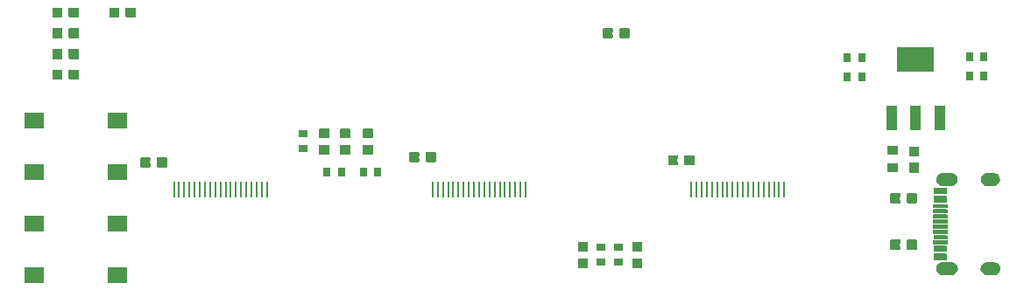
<source format=gbr>
%TF.GenerationSoftware,KiCad,Pcbnew,8.0.7-8.0.7-0~ubuntu24.04.1*%
%TF.CreationDate,2025-01-05T15:57:20-05:00*%
%TF.ProjectId,3xHDMI,33784844-4d49-42e6-9b69-6361645f7063,v1*%
%TF.SameCoordinates,Original*%
%TF.FileFunction,Paste,Top*%
%TF.FilePolarity,Positive*%
%FSLAX46Y46*%
G04 Gerber Fmt 4.6, Leading zero omitted, Abs format (unit mm)*
G04 Created by KiCad (PCBNEW 8.0.7-8.0.7-0~ubuntu24.04.1) date 2025-01-05 15:57:20*
%MOMM*%
%LPD*%
G01*
G04 APERTURE LIST*
%ADD10C,0.120000*%
%ADD11R,0.864000X0.806000*%
%ADD12O,0.250000X1.600000*%
%ADD13R,0.806000X0.864000*%
%ADD14R,0.900000X0.800000*%
%ADD15R,0.800000X0.900000*%
%ADD16R,0.980000X2.470000*%
%ADD17R,3.600000X2.470000*%
%ADD18R,1.900000X1.500000*%
%ADD19R,1.300000X0.300000*%
%ADD20R,1.000000X0.900000*%
G04 APERTURE END LIST*
D10*
%TO.C,R36*%
X63700000Y-29805000D02*
X63700000Y-30595000D01*
X63650000Y-30645000D01*
X63422000Y-30645000D01*
X63422000Y-30265000D01*
X63092000Y-30265000D01*
X63092000Y-30645000D01*
X62850000Y-30645000D01*
X62800000Y-30595000D01*
X62800000Y-29805000D01*
X62850000Y-29755000D01*
X63650000Y-29755000D01*
X63700000Y-29805000D01*
G36*
X63700000Y-29805000D02*
G01*
X63700000Y-30595000D01*
X63650000Y-30645000D01*
X63422000Y-30645000D01*
X63422000Y-30265000D01*
X63092000Y-30265000D01*
X63092000Y-30645000D01*
X62850000Y-30645000D01*
X62800000Y-30595000D01*
X62800000Y-29805000D01*
X62850000Y-29755000D01*
X63650000Y-29755000D01*
X63700000Y-29805000D01*
G37*
X63092000Y-31715000D02*
X63422000Y-31715000D01*
X63422000Y-31345000D01*
X63650000Y-31345000D01*
X63700000Y-31395000D01*
X63700000Y-32195000D01*
X63650000Y-32245000D01*
X62850000Y-32245000D01*
X62800000Y-32195000D01*
X62800000Y-31395000D01*
X62850000Y-31345000D01*
X63092000Y-31345000D01*
X63092000Y-31715000D01*
G36*
X63092000Y-31715000D02*
G01*
X63422000Y-31715000D01*
X63422000Y-31345000D01*
X63650000Y-31345000D01*
X63700000Y-31395000D01*
X63700000Y-32195000D01*
X63650000Y-32245000D01*
X62850000Y-32245000D01*
X62800000Y-32195000D01*
X62800000Y-31395000D01*
X62850000Y-31345000D01*
X63092000Y-31345000D01*
X63092000Y-31715000D01*
G37*
%TO.C,R2*%
X42155000Y-21100000D02*
X42155000Y-21342000D01*
X41785000Y-21342000D01*
X41785000Y-21672000D01*
X42155000Y-21672000D01*
X42155000Y-21900000D01*
X42105000Y-21950000D01*
X41305000Y-21950000D01*
X41255000Y-21900000D01*
X41255000Y-21100000D01*
X41305000Y-21050000D01*
X42105000Y-21050000D01*
X42155000Y-21100000D01*
G36*
X42155000Y-21100000D02*
G01*
X42155000Y-21342000D01*
X41785000Y-21342000D01*
X41785000Y-21672000D01*
X42155000Y-21672000D01*
X42155000Y-21900000D01*
X42105000Y-21950000D01*
X41305000Y-21950000D01*
X41255000Y-21900000D01*
X41255000Y-21100000D01*
X41305000Y-21050000D01*
X42105000Y-21050000D01*
X42155000Y-21100000D01*
G37*
X43745000Y-21100000D02*
X43745000Y-21900000D01*
X43695000Y-21950000D01*
X42905000Y-21950000D01*
X42855000Y-21900000D01*
X42855000Y-21672000D01*
X43235000Y-21672000D01*
X43235000Y-21342000D01*
X42855000Y-21342000D01*
X42855000Y-21100000D01*
X42905000Y-21050000D01*
X43695000Y-21050000D01*
X43745000Y-21100000D01*
G36*
X43745000Y-21100000D02*
G01*
X43745000Y-21900000D01*
X43695000Y-21950000D01*
X42905000Y-21950000D01*
X42855000Y-21900000D01*
X42855000Y-21672000D01*
X43235000Y-21672000D01*
X43235000Y-21342000D01*
X42855000Y-21342000D01*
X42855000Y-21100000D01*
X42905000Y-21050000D01*
X43695000Y-21050000D01*
X43745000Y-21100000D01*
G37*
%TO.C,R27*%
X13155000Y-7100000D02*
X13155000Y-7342000D01*
X12785000Y-7342000D01*
X12785000Y-7672000D01*
X13155000Y-7672000D01*
X13155000Y-7900000D01*
X13105000Y-7950000D01*
X12305000Y-7950000D01*
X12255000Y-7900000D01*
X12255000Y-7100000D01*
X12305000Y-7050000D01*
X13105000Y-7050000D01*
X13155000Y-7100000D01*
G36*
X13155000Y-7100000D02*
G01*
X13155000Y-7342000D01*
X12785000Y-7342000D01*
X12785000Y-7672000D01*
X13155000Y-7672000D01*
X13155000Y-7900000D01*
X13105000Y-7950000D01*
X12305000Y-7950000D01*
X12255000Y-7900000D01*
X12255000Y-7100000D01*
X12305000Y-7050000D01*
X13105000Y-7050000D01*
X13155000Y-7100000D01*
G37*
X14745000Y-7100000D02*
X14745000Y-7900000D01*
X14695000Y-7950000D01*
X13905000Y-7950000D01*
X13855000Y-7900000D01*
X13855000Y-7672000D01*
X14235000Y-7672000D01*
X14235000Y-7342000D01*
X13855000Y-7342000D01*
X13855000Y-7100000D01*
X13905000Y-7050000D01*
X14695000Y-7050000D01*
X14745000Y-7100000D01*
G36*
X14745000Y-7100000D02*
G01*
X14745000Y-7900000D01*
X14695000Y-7950000D01*
X13905000Y-7950000D01*
X13855000Y-7900000D01*
X13855000Y-7672000D01*
X14235000Y-7672000D01*
X14235000Y-7342000D01*
X13855000Y-7342000D01*
X13855000Y-7100000D01*
X13905000Y-7050000D01*
X14695000Y-7050000D01*
X14745000Y-7100000D01*
G37*
%TO.C,R34*%
X33450000Y-18805000D02*
X33450000Y-19595000D01*
X33400000Y-19645000D01*
X33172000Y-19645000D01*
X33172000Y-19265000D01*
X32842000Y-19265000D01*
X32842000Y-19645000D01*
X32600000Y-19645000D01*
X32550000Y-19595000D01*
X32550000Y-18805000D01*
X32600000Y-18755000D01*
X33400000Y-18755000D01*
X33450000Y-18805000D01*
G36*
X33450000Y-18805000D02*
G01*
X33450000Y-19595000D01*
X33400000Y-19645000D01*
X33172000Y-19645000D01*
X33172000Y-19265000D01*
X32842000Y-19265000D01*
X32842000Y-19645000D01*
X32600000Y-19645000D01*
X32550000Y-19595000D01*
X32550000Y-18805000D01*
X32600000Y-18755000D01*
X33400000Y-18755000D01*
X33450000Y-18805000D01*
G37*
X32842000Y-20715000D02*
X33172000Y-20715000D01*
X33172000Y-20345000D01*
X33400000Y-20345000D01*
X33450000Y-20395000D01*
X33450000Y-21195000D01*
X33400000Y-21245000D01*
X32600000Y-21245000D01*
X32550000Y-21195000D01*
X32550000Y-20395000D01*
X32600000Y-20345000D01*
X32842000Y-20345000D01*
X32842000Y-20715000D01*
G36*
X32842000Y-20715000D02*
G01*
X33172000Y-20715000D01*
X33172000Y-20345000D01*
X33400000Y-20345000D01*
X33450000Y-20395000D01*
X33450000Y-21195000D01*
X33400000Y-21245000D01*
X32600000Y-21245000D01*
X32550000Y-21195000D01*
X32550000Y-20395000D01*
X32600000Y-20345000D01*
X32842000Y-20345000D01*
X32842000Y-20715000D01*
G37*
%TO.C,R19*%
X90450000Y-20558000D02*
X90450000Y-21348000D01*
X90400000Y-21398000D01*
X90172000Y-21398000D01*
X90172000Y-21018000D01*
X89842000Y-21018000D01*
X89842000Y-21398000D01*
X89600000Y-21398000D01*
X89550000Y-21348000D01*
X89550000Y-20558000D01*
X89600000Y-20508000D01*
X90400000Y-20508000D01*
X90450000Y-20558000D01*
G36*
X90450000Y-20558000D02*
G01*
X90450000Y-21348000D01*
X90400000Y-21398000D01*
X90172000Y-21398000D01*
X90172000Y-21018000D01*
X89842000Y-21018000D01*
X89842000Y-21398000D01*
X89600000Y-21398000D01*
X89550000Y-21348000D01*
X89550000Y-20558000D01*
X89600000Y-20508000D01*
X90400000Y-20508000D01*
X90450000Y-20558000D01*
G37*
X89842000Y-22468000D02*
X90172000Y-22468000D01*
X90172000Y-22098000D01*
X90400000Y-22098000D01*
X90450000Y-22148000D01*
X90450000Y-22948000D01*
X90400000Y-22998000D01*
X89600000Y-22998000D01*
X89550000Y-22948000D01*
X89550000Y-22148000D01*
X89600000Y-22098000D01*
X89842000Y-22098000D01*
X89842000Y-22468000D01*
G36*
X89842000Y-22468000D02*
G01*
X90172000Y-22468000D01*
X90172000Y-22098000D01*
X90400000Y-22098000D01*
X90450000Y-22148000D01*
X90450000Y-22948000D01*
X90400000Y-22998000D01*
X89600000Y-22998000D01*
X89550000Y-22948000D01*
X89550000Y-22148000D01*
X89600000Y-22098000D01*
X89842000Y-22098000D01*
X89842000Y-22468000D01*
G37*
%TO.C,R3*%
X67155000Y-21400000D02*
X67155000Y-21642000D01*
X66785000Y-21642000D01*
X66785000Y-21972000D01*
X67155000Y-21972000D01*
X67155000Y-22200000D01*
X67105000Y-22250000D01*
X66305000Y-22250000D01*
X66255000Y-22200000D01*
X66255000Y-21400000D01*
X66305000Y-21350000D01*
X67105000Y-21350000D01*
X67155000Y-21400000D01*
G36*
X67155000Y-21400000D02*
G01*
X67155000Y-21642000D01*
X66785000Y-21642000D01*
X66785000Y-21972000D01*
X67155000Y-21972000D01*
X67155000Y-22200000D01*
X67105000Y-22250000D01*
X66305000Y-22250000D01*
X66255000Y-22200000D01*
X66255000Y-21400000D01*
X66305000Y-21350000D01*
X67105000Y-21350000D01*
X67155000Y-21400000D01*
G37*
X68745000Y-21400000D02*
X68745000Y-22200000D01*
X68695000Y-22250000D01*
X67905000Y-22250000D01*
X67855000Y-22200000D01*
X67855000Y-21972000D01*
X68235000Y-21972000D01*
X68235000Y-21642000D01*
X67855000Y-21642000D01*
X67855000Y-21400000D01*
X67905000Y-21350000D01*
X68695000Y-21350000D01*
X68745000Y-21400000D01*
G36*
X68745000Y-21400000D02*
G01*
X68745000Y-22200000D01*
X68695000Y-22250000D01*
X67905000Y-22250000D01*
X67855000Y-22200000D01*
X67855000Y-21972000D01*
X68235000Y-21972000D01*
X68235000Y-21642000D01*
X67855000Y-21642000D01*
X67855000Y-21400000D01*
X67905000Y-21350000D01*
X68695000Y-21350000D01*
X68745000Y-21400000D01*
G37*
%TO.C,R6*%
X60855000Y-9100000D02*
X60855000Y-9342000D01*
X60485000Y-9342000D01*
X60485000Y-9672000D01*
X60855000Y-9672000D01*
X60855000Y-9900000D01*
X60805000Y-9950000D01*
X60005000Y-9950000D01*
X59955000Y-9900000D01*
X59955000Y-9100000D01*
X60005000Y-9050000D01*
X60805000Y-9050000D01*
X60855000Y-9100000D01*
G36*
X60855000Y-9100000D02*
G01*
X60855000Y-9342000D01*
X60485000Y-9342000D01*
X60485000Y-9672000D01*
X60855000Y-9672000D01*
X60855000Y-9900000D01*
X60805000Y-9950000D01*
X60005000Y-9950000D01*
X59955000Y-9900000D01*
X59955000Y-9100000D01*
X60005000Y-9050000D01*
X60805000Y-9050000D01*
X60855000Y-9100000D01*
G37*
X62445000Y-9100000D02*
X62445000Y-9900000D01*
X62395000Y-9950000D01*
X61605000Y-9950000D01*
X61555000Y-9900000D01*
X61555000Y-9672000D01*
X61935000Y-9672000D01*
X61935000Y-9342000D01*
X61555000Y-9342000D01*
X61555000Y-9100000D01*
X61605000Y-9050000D01*
X62395000Y-9050000D01*
X62445000Y-9100000D01*
G36*
X62445000Y-9100000D02*
G01*
X62445000Y-9900000D01*
X62395000Y-9950000D01*
X61605000Y-9950000D01*
X61555000Y-9900000D01*
X61555000Y-9672000D01*
X61935000Y-9672000D01*
X61935000Y-9342000D01*
X61555000Y-9342000D01*
X61555000Y-9100000D01*
X61605000Y-9050000D01*
X62395000Y-9050000D01*
X62445000Y-9100000D01*
G37*
%TO.C,R8*%
X35450000Y-18805000D02*
X35450000Y-19595000D01*
X35400000Y-19645000D01*
X35172000Y-19645000D01*
X35172000Y-19265000D01*
X34842000Y-19265000D01*
X34842000Y-19645000D01*
X34600000Y-19645000D01*
X34550000Y-19595000D01*
X34550000Y-18805000D01*
X34600000Y-18755000D01*
X35400000Y-18755000D01*
X35450000Y-18805000D01*
G36*
X35450000Y-18805000D02*
G01*
X35450000Y-19595000D01*
X35400000Y-19645000D01*
X35172000Y-19645000D01*
X35172000Y-19265000D01*
X34842000Y-19265000D01*
X34842000Y-19645000D01*
X34600000Y-19645000D01*
X34550000Y-19595000D01*
X34550000Y-18805000D01*
X34600000Y-18755000D01*
X35400000Y-18755000D01*
X35450000Y-18805000D01*
G37*
X34842000Y-20715000D02*
X35172000Y-20715000D01*
X35172000Y-20345000D01*
X35400000Y-20345000D01*
X35450000Y-20395000D01*
X35450000Y-21195000D01*
X35400000Y-21245000D01*
X34600000Y-21245000D01*
X34550000Y-21195000D01*
X34550000Y-20395000D01*
X34600000Y-20345000D01*
X34842000Y-20345000D01*
X34842000Y-20715000D01*
G36*
X34842000Y-20715000D02*
G01*
X35172000Y-20715000D01*
X35172000Y-20345000D01*
X35400000Y-20345000D01*
X35450000Y-20395000D01*
X35450000Y-21195000D01*
X35400000Y-21245000D01*
X34600000Y-21245000D01*
X34550000Y-21195000D01*
X34550000Y-20395000D01*
X34600000Y-20345000D01*
X34842000Y-20345000D01*
X34842000Y-20715000D01*
G37*
%TO.C,R7*%
X37653000Y-18805000D02*
X37653000Y-19595000D01*
X37603000Y-19645000D01*
X37375000Y-19645000D01*
X37375000Y-19265000D01*
X37045000Y-19265000D01*
X37045000Y-19645000D01*
X36803000Y-19645000D01*
X36753000Y-19595000D01*
X36753000Y-18805000D01*
X36803000Y-18755000D01*
X37603000Y-18755000D01*
X37653000Y-18805000D01*
G36*
X37653000Y-18805000D02*
G01*
X37653000Y-19595000D01*
X37603000Y-19645000D01*
X37375000Y-19645000D01*
X37375000Y-19265000D01*
X37045000Y-19265000D01*
X37045000Y-19645000D01*
X36803000Y-19645000D01*
X36753000Y-19595000D01*
X36753000Y-18805000D01*
X36803000Y-18755000D01*
X37603000Y-18755000D01*
X37653000Y-18805000D01*
G37*
X37045000Y-20715000D02*
X37375000Y-20715000D01*
X37375000Y-20345000D01*
X37603000Y-20345000D01*
X37653000Y-20395000D01*
X37653000Y-21195000D01*
X37603000Y-21245000D01*
X36803000Y-21245000D01*
X36753000Y-21195000D01*
X36753000Y-20395000D01*
X36803000Y-20345000D01*
X37045000Y-20345000D01*
X37045000Y-20715000D01*
G36*
X37045000Y-20715000D02*
G01*
X37375000Y-20715000D01*
X37375000Y-20345000D01*
X37603000Y-20345000D01*
X37653000Y-20395000D01*
X37653000Y-21195000D01*
X37603000Y-21245000D01*
X36803000Y-21245000D01*
X36753000Y-21195000D01*
X36753000Y-20395000D01*
X36803000Y-20345000D01*
X37045000Y-20345000D01*
X37045000Y-20715000D01*
G37*
%TO.C,R38*%
X7655000Y-11100000D02*
X7655000Y-11342000D01*
X7285000Y-11342000D01*
X7285000Y-11672000D01*
X7655000Y-11672000D01*
X7655000Y-11900000D01*
X7605000Y-11950000D01*
X6805000Y-11950000D01*
X6755000Y-11900000D01*
X6755000Y-11100000D01*
X6805000Y-11050000D01*
X7605000Y-11050000D01*
X7655000Y-11100000D01*
G36*
X7655000Y-11100000D02*
G01*
X7655000Y-11342000D01*
X7285000Y-11342000D01*
X7285000Y-11672000D01*
X7655000Y-11672000D01*
X7655000Y-11900000D01*
X7605000Y-11950000D01*
X6805000Y-11950000D01*
X6755000Y-11900000D01*
X6755000Y-11100000D01*
X6805000Y-11050000D01*
X7605000Y-11050000D01*
X7655000Y-11100000D01*
G37*
X9245000Y-11100000D02*
X9245000Y-11900000D01*
X9195000Y-11950000D01*
X8405000Y-11950000D01*
X8355000Y-11900000D01*
X8355000Y-11672000D01*
X8735000Y-11672000D01*
X8735000Y-11342000D01*
X8355000Y-11342000D01*
X8355000Y-11100000D01*
X8405000Y-11050000D01*
X9195000Y-11050000D01*
X9245000Y-11100000D01*
G36*
X9245000Y-11100000D02*
G01*
X9245000Y-11900000D01*
X9195000Y-11950000D01*
X8405000Y-11950000D01*
X8355000Y-11900000D01*
X8355000Y-11672000D01*
X8735000Y-11672000D01*
X8735000Y-11342000D01*
X8355000Y-11342000D01*
X8355000Y-11100000D01*
X8405000Y-11050000D01*
X9195000Y-11050000D01*
X9245000Y-11100000D01*
G37*
%TO.C,R1*%
X7645000Y-7100000D02*
X7645000Y-7328000D01*
X7265000Y-7328000D01*
X7265000Y-7658000D01*
X7645000Y-7658000D01*
X7645000Y-7900000D01*
X7595000Y-7950000D01*
X6805000Y-7950000D01*
X6755000Y-7900000D01*
X6755000Y-7100000D01*
X6805000Y-7050000D01*
X7595000Y-7050000D01*
X7645000Y-7100000D01*
G36*
X7645000Y-7100000D02*
G01*
X7645000Y-7328000D01*
X7265000Y-7328000D01*
X7265000Y-7658000D01*
X7645000Y-7658000D01*
X7645000Y-7900000D01*
X7595000Y-7950000D01*
X6805000Y-7950000D01*
X6755000Y-7900000D01*
X6755000Y-7100000D01*
X6805000Y-7050000D01*
X7595000Y-7050000D01*
X7645000Y-7100000D01*
G37*
X9245000Y-7100000D02*
X9245000Y-7900000D01*
X9195000Y-7950000D01*
X8395000Y-7950000D01*
X8345000Y-7900000D01*
X8345000Y-7658000D01*
X8715000Y-7658000D01*
X8715000Y-7328000D01*
X8345000Y-7328000D01*
X8345000Y-7100000D01*
X8395000Y-7050000D01*
X9195000Y-7050000D01*
X9245000Y-7100000D01*
G36*
X9245000Y-7100000D02*
G01*
X9245000Y-7900000D01*
X9195000Y-7950000D01*
X8395000Y-7950000D01*
X8345000Y-7900000D01*
X8345000Y-7658000D01*
X8715000Y-7658000D01*
X8715000Y-7328000D01*
X8345000Y-7328000D01*
X8345000Y-7100000D01*
X8395000Y-7050000D01*
X9195000Y-7050000D01*
X9245000Y-7100000D01*
G37*
%TO.C,R35*%
X58450000Y-29805000D02*
X58450000Y-30595000D01*
X58400000Y-30645000D01*
X58172000Y-30645000D01*
X58172000Y-30265000D01*
X57842000Y-30265000D01*
X57842000Y-30645000D01*
X57600000Y-30645000D01*
X57550000Y-30595000D01*
X57550000Y-29805000D01*
X57600000Y-29755000D01*
X58400000Y-29755000D01*
X58450000Y-29805000D01*
G36*
X58450000Y-29805000D02*
G01*
X58450000Y-30595000D01*
X58400000Y-30645000D01*
X58172000Y-30645000D01*
X58172000Y-30265000D01*
X57842000Y-30265000D01*
X57842000Y-30645000D01*
X57600000Y-30645000D01*
X57550000Y-30595000D01*
X57550000Y-29805000D01*
X57600000Y-29755000D01*
X58400000Y-29755000D01*
X58450000Y-29805000D01*
G37*
X57842000Y-31715000D02*
X58172000Y-31715000D01*
X58172000Y-31345000D01*
X58400000Y-31345000D01*
X58450000Y-31395000D01*
X58450000Y-32195000D01*
X58400000Y-32245000D01*
X57600000Y-32245000D01*
X57550000Y-32195000D01*
X57550000Y-31395000D01*
X57600000Y-31345000D01*
X57842000Y-31345000D01*
X57842000Y-31715000D01*
G36*
X57842000Y-31715000D02*
G01*
X58172000Y-31715000D01*
X58172000Y-31345000D01*
X58400000Y-31345000D01*
X58450000Y-31395000D01*
X58450000Y-32195000D01*
X58400000Y-32245000D01*
X57600000Y-32245000D01*
X57550000Y-32195000D01*
X57550000Y-31395000D01*
X57600000Y-31345000D01*
X57842000Y-31345000D01*
X57842000Y-31715000D01*
G37*
%TO.C,R4*%
X7645000Y-9100000D02*
X7645000Y-9328000D01*
X7265000Y-9328000D01*
X7265000Y-9658000D01*
X7645000Y-9658000D01*
X7645000Y-9900000D01*
X7595000Y-9950000D01*
X6805000Y-9950000D01*
X6755000Y-9900000D01*
X6755000Y-9100000D01*
X6805000Y-9050000D01*
X7595000Y-9050000D01*
X7645000Y-9100000D01*
G36*
X7645000Y-9100000D02*
G01*
X7645000Y-9328000D01*
X7265000Y-9328000D01*
X7265000Y-9658000D01*
X7645000Y-9658000D01*
X7645000Y-9900000D01*
X7595000Y-9950000D01*
X6805000Y-9950000D01*
X6755000Y-9900000D01*
X6755000Y-9100000D01*
X6805000Y-9050000D01*
X7595000Y-9050000D01*
X7645000Y-9100000D01*
G37*
X9245000Y-9100000D02*
X9245000Y-9900000D01*
X9195000Y-9950000D01*
X8395000Y-9950000D01*
X8345000Y-9900000D01*
X8345000Y-9658000D01*
X8715000Y-9658000D01*
X8715000Y-9328000D01*
X8345000Y-9328000D01*
X8345000Y-9100000D01*
X8395000Y-9050000D01*
X9195000Y-9050000D01*
X9245000Y-9100000D01*
G36*
X9245000Y-9100000D02*
G01*
X9245000Y-9900000D01*
X9195000Y-9950000D01*
X8395000Y-9950000D01*
X8345000Y-9900000D01*
X8345000Y-9658000D01*
X8715000Y-9658000D01*
X8715000Y-9328000D01*
X8345000Y-9328000D01*
X8345000Y-9100000D01*
X8395000Y-9050000D01*
X9195000Y-9050000D01*
X9245000Y-9100000D01*
G37*
%TO.C,R37*%
X7645000Y-13100000D02*
X7645000Y-13328000D01*
X7265000Y-13328000D01*
X7265000Y-13658000D01*
X7645000Y-13658000D01*
X7645000Y-13900000D01*
X7595000Y-13950000D01*
X6805000Y-13950000D01*
X6755000Y-13900000D01*
X6755000Y-13100000D01*
X6805000Y-13050000D01*
X7595000Y-13050000D01*
X7645000Y-13100000D01*
G36*
X7645000Y-13100000D02*
G01*
X7645000Y-13328000D01*
X7265000Y-13328000D01*
X7265000Y-13658000D01*
X7645000Y-13658000D01*
X7645000Y-13900000D01*
X7595000Y-13950000D01*
X6805000Y-13950000D01*
X6755000Y-13900000D01*
X6755000Y-13100000D01*
X6805000Y-13050000D01*
X7595000Y-13050000D01*
X7645000Y-13100000D01*
G37*
X9245000Y-13100000D02*
X9245000Y-13900000D01*
X9195000Y-13950000D01*
X8395000Y-13950000D01*
X8345000Y-13900000D01*
X8345000Y-13658000D01*
X8715000Y-13658000D01*
X8715000Y-13328000D01*
X8345000Y-13328000D01*
X8345000Y-13100000D01*
X8395000Y-13050000D01*
X9195000Y-13050000D01*
X9245000Y-13100000D01*
G36*
X9245000Y-13100000D02*
G01*
X9245000Y-13900000D01*
X9195000Y-13950000D01*
X8395000Y-13950000D01*
X8345000Y-13900000D01*
X8345000Y-13658000D01*
X8715000Y-13658000D01*
X8715000Y-13328000D01*
X8345000Y-13328000D01*
X8345000Y-13100000D01*
X8395000Y-13050000D01*
X9195000Y-13050000D01*
X9245000Y-13100000D01*
G37*
%TO.C,R13*%
X88655000Y-29600000D02*
X88655000Y-29842000D01*
X88285000Y-29842000D01*
X88285000Y-30172000D01*
X88655000Y-30172000D01*
X88655000Y-30400000D01*
X88605000Y-30450000D01*
X87805000Y-30450000D01*
X87755000Y-30400000D01*
X87755000Y-29600000D01*
X87805000Y-29550000D01*
X88605000Y-29550000D01*
X88655000Y-29600000D01*
G36*
X88655000Y-29600000D02*
G01*
X88655000Y-29842000D01*
X88285000Y-29842000D01*
X88285000Y-30172000D01*
X88655000Y-30172000D01*
X88655000Y-30400000D01*
X88605000Y-30450000D01*
X87805000Y-30450000D01*
X87755000Y-30400000D01*
X87755000Y-29600000D01*
X87805000Y-29550000D01*
X88605000Y-29550000D01*
X88655000Y-29600000D01*
G37*
X90245000Y-29600000D02*
X90245000Y-30400000D01*
X90195000Y-30450000D01*
X89405000Y-30450000D01*
X89355000Y-30400000D01*
X89355000Y-30172000D01*
X89735000Y-30172000D01*
X89735000Y-29842000D01*
X89355000Y-29842000D01*
X89355000Y-29600000D01*
X89405000Y-29550000D01*
X90195000Y-29550000D01*
X90245000Y-29600000D01*
G36*
X90245000Y-29600000D02*
G01*
X90245000Y-30400000D01*
X90195000Y-30450000D01*
X89405000Y-30450000D01*
X89355000Y-30400000D01*
X89355000Y-30172000D01*
X89735000Y-30172000D01*
X89735000Y-29842000D01*
X89355000Y-29842000D01*
X89355000Y-29600000D01*
X89405000Y-29550000D01*
X90195000Y-29550000D01*
X90245000Y-29600000D01*
G37*
%TO.C,R18*%
X88655000Y-25100000D02*
X88655000Y-25342000D01*
X88285000Y-25342000D01*
X88285000Y-25672000D01*
X88655000Y-25672000D01*
X88655000Y-25900000D01*
X88605000Y-25950000D01*
X87805000Y-25950000D01*
X87755000Y-25900000D01*
X87755000Y-25100000D01*
X87805000Y-25050000D01*
X88605000Y-25050000D01*
X88655000Y-25100000D01*
G36*
X88655000Y-25100000D02*
G01*
X88655000Y-25342000D01*
X88285000Y-25342000D01*
X88285000Y-25672000D01*
X88655000Y-25672000D01*
X88655000Y-25900000D01*
X88605000Y-25950000D01*
X87805000Y-25950000D01*
X87755000Y-25900000D01*
X87755000Y-25100000D01*
X87805000Y-25050000D01*
X88605000Y-25050000D01*
X88655000Y-25100000D01*
G37*
X90245000Y-25100000D02*
X90245000Y-25900000D01*
X90195000Y-25950000D01*
X89405000Y-25950000D01*
X89355000Y-25900000D01*
X89355000Y-25672000D01*
X89735000Y-25672000D01*
X89735000Y-25342000D01*
X89355000Y-25342000D01*
X89355000Y-25100000D01*
X89405000Y-25050000D01*
X90195000Y-25050000D01*
X90245000Y-25100000D01*
G36*
X90245000Y-25100000D02*
G01*
X90245000Y-25900000D01*
X90195000Y-25950000D01*
X89405000Y-25950000D01*
X89355000Y-25900000D01*
X89355000Y-25672000D01*
X89735000Y-25672000D01*
X89735000Y-25342000D01*
X89355000Y-25342000D01*
X89355000Y-25100000D01*
X89405000Y-25050000D01*
X90195000Y-25050000D01*
X90245000Y-25100000D01*
G37*
%TO.C,R26*%
X16155000Y-21600000D02*
X16155000Y-21842000D01*
X15785000Y-21842000D01*
X15785000Y-22172000D01*
X16155000Y-22172000D01*
X16155000Y-22400000D01*
X16105000Y-22450000D01*
X15305000Y-22450000D01*
X15255000Y-22400000D01*
X15255000Y-21600000D01*
X15305000Y-21550000D01*
X16105000Y-21550000D01*
X16155000Y-21600000D01*
G36*
X16155000Y-21600000D02*
G01*
X16155000Y-21842000D01*
X15785000Y-21842000D01*
X15785000Y-22172000D01*
X16155000Y-22172000D01*
X16155000Y-22400000D01*
X16105000Y-22450000D01*
X15305000Y-22450000D01*
X15255000Y-22400000D01*
X15255000Y-21600000D01*
X15305000Y-21550000D01*
X16105000Y-21550000D01*
X16155000Y-21600000D01*
G37*
X17745000Y-21600000D02*
X17745000Y-22400000D01*
X17695000Y-22450000D01*
X16905000Y-22450000D01*
X16855000Y-22400000D01*
X16855000Y-22172000D01*
X17235000Y-22172000D01*
X17235000Y-21842000D01*
X16855000Y-21842000D01*
X16855000Y-21600000D01*
X16905000Y-21550000D01*
X17695000Y-21550000D01*
X17745000Y-21600000D01*
G36*
X17745000Y-21600000D02*
G01*
X17745000Y-22400000D01*
X17695000Y-22450000D01*
X16905000Y-22450000D01*
X16855000Y-22400000D01*
X16855000Y-22172000D01*
X17235000Y-22172000D01*
X17235000Y-21842000D01*
X16855000Y-21842000D01*
X16855000Y-21600000D01*
X16905000Y-21550000D01*
X17695000Y-21550000D01*
X17745000Y-21600000D01*
G37*
%TO.C,J5*%
X93186500Y-26400000D02*
X91896500Y-26400000D01*
X91896500Y-26100000D01*
X93186500Y-26100000D01*
X93186500Y-26400000D01*
G36*
X93186500Y-26400000D02*
G01*
X91896500Y-26400000D01*
X91896500Y-26100000D01*
X93186500Y-26100000D01*
X93186500Y-26400000D01*
G37*
X93186500Y-26900000D02*
X91896500Y-26900000D01*
X91896500Y-26600000D01*
X93186500Y-26600000D01*
X93186500Y-26900000D01*
G36*
X93186500Y-26900000D02*
G01*
X91896500Y-26900000D01*
X91896500Y-26600000D01*
X93186500Y-26600000D01*
X93186500Y-26900000D01*
G37*
X93186500Y-27400000D02*
X91896500Y-27400000D01*
X91896500Y-27100000D01*
X93186500Y-27100000D01*
X93186500Y-27400000D01*
G36*
X93186500Y-27400000D02*
G01*
X91896500Y-27400000D01*
X91896500Y-27100000D01*
X93186500Y-27100000D01*
X93186500Y-27400000D01*
G37*
X93186500Y-27900000D02*
X91896500Y-27900000D01*
X91896500Y-27600000D01*
X93186500Y-27600000D01*
X93186500Y-27900000D01*
G36*
X93186500Y-27900000D02*
G01*
X91896500Y-27900000D01*
X91896500Y-27600000D01*
X93186500Y-27600000D01*
X93186500Y-27900000D01*
G37*
X93186500Y-28400000D02*
X91896500Y-28400000D01*
X91896500Y-28100000D01*
X93186500Y-28100000D01*
X93186500Y-28400000D01*
G36*
X93186500Y-28400000D02*
G01*
X91896500Y-28400000D01*
X91896500Y-28100000D01*
X93186500Y-28100000D01*
X93186500Y-28400000D01*
G37*
X93186500Y-28900000D02*
X91896500Y-28900000D01*
X91896500Y-28600000D01*
X93186500Y-28600000D01*
X93186500Y-28900000D01*
G36*
X93186500Y-28900000D02*
G01*
X91896500Y-28900000D01*
X91896500Y-28600000D01*
X93186500Y-28600000D01*
X93186500Y-28900000D01*
G37*
X93186500Y-29900000D02*
X91896500Y-29900000D01*
X91896500Y-29600000D01*
X93186500Y-29600000D01*
X93186500Y-29900000D01*
G36*
X93186500Y-29900000D02*
G01*
X91896500Y-29900000D01*
X91896500Y-29600000D01*
X93186500Y-29600000D01*
X93186500Y-29900000D01*
G37*
X93221500Y-29430000D02*
X91931500Y-29430000D01*
X91931500Y-29130000D01*
X93221500Y-29130000D01*
X93221500Y-29430000D01*
G36*
X93221500Y-29430000D02*
G01*
X91931500Y-29430000D01*
X91931500Y-29130000D01*
X93221500Y-29130000D01*
X93221500Y-29430000D01*
G37*
X93136500Y-25050000D02*
X91946500Y-25050000D01*
X91946500Y-24550000D01*
X93136500Y-24550000D01*
X93136500Y-25050000D01*
G36*
X93136500Y-25050000D02*
G01*
X91946500Y-25050000D01*
X91946500Y-24550000D01*
X93136500Y-24550000D01*
X93136500Y-25050000D01*
G37*
X93136500Y-25850000D02*
X91946500Y-25850000D01*
X91946500Y-25350000D01*
X93136500Y-25350000D01*
X93136500Y-25850000D01*
G36*
X93136500Y-25850000D02*
G01*
X91946500Y-25850000D01*
X91946500Y-25350000D01*
X93136500Y-25350000D01*
X93136500Y-25850000D01*
G37*
X93136500Y-30650000D02*
X91946500Y-30650000D01*
X91946500Y-30150000D01*
X93136500Y-30150000D01*
X93136500Y-30650000D01*
G36*
X93136500Y-30650000D02*
G01*
X91946500Y-30650000D01*
X91946500Y-30150000D01*
X93136500Y-30150000D01*
X93136500Y-30650000D01*
G37*
X93136500Y-31450000D02*
X91946500Y-31450000D01*
X91946500Y-30950000D01*
X93136500Y-30950000D01*
X93136500Y-31450000D01*
G36*
X93136500Y-31450000D02*
G01*
X91946500Y-31450000D01*
X91946500Y-30950000D01*
X93136500Y-30950000D01*
X93136500Y-31450000D01*
G37*
X93708500Y-23092000D02*
X93820500Y-23128000D01*
X93923500Y-23185000D01*
X94013500Y-23260000D01*
X94087500Y-23352000D01*
X94141500Y-23456000D01*
X94174500Y-23569000D01*
X94184500Y-23686000D01*
X94171500Y-23803000D01*
X94136500Y-23915000D01*
X94079500Y-24019000D01*
X94004500Y-24109000D01*
X93912500Y-24182000D01*
X93808500Y-24236000D01*
X93695500Y-24269000D01*
X93591500Y-24280000D01*
X92791500Y-24280000D01*
X92674500Y-24267000D01*
X92562500Y-24231000D01*
X92459500Y-24175000D01*
X92369500Y-24099000D01*
X92295500Y-24007000D01*
X92241500Y-23903000D01*
X92208500Y-23790000D01*
X92198500Y-23673000D01*
X92211500Y-23556000D01*
X92246500Y-23444000D01*
X92303500Y-23341000D01*
X92378500Y-23251000D01*
X92470500Y-23177000D01*
X92574500Y-23123000D01*
X92687500Y-23090000D01*
X92791500Y-23080000D01*
X93591500Y-23080000D01*
X93708500Y-23092000D01*
G36*
X93708500Y-23092000D02*
G01*
X93820500Y-23128000D01*
X93923500Y-23185000D01*
X94013500Y-23260000D01*
X94087500Y-23352000D01*
X94141500Y-23456000D01*
X94174500Y-23569000D01*
X94184500Y-23686000D01*
X94171500Y-23803000D01*
X94136500Y-23915000D01*
X94079500Y-24019000D01*
X94004500Y-24109000D01*
X93912500Y-24182000D01*
X93808500Y-24236000D01*
X93695500Y-24269000D01*
X93591500Y-24280000D01*
X92791500Y-24280000D01*
X92674500Y-24267000D01*
X92562500Y-24231000D01*
X92459500Y-24175000D01*
X92369500Y-24099000D01*
X92295500Y-24007000D01*
X92241500Y-23903000D01*
X92208500Y-23790000D01*
X92198500Y-23673000D01*
X92211500Y-23556000D01*
X92246500Y-23444000D01*
X92303500Y-23341000D01*
X92378500Y-23251000D01*
X92470500Y-23177000D01*
X92574500Y-23123000D01*
X92687500Y-23090000D01*
X92791500Y-23080000D01*
X93591500Y-23080000D01*
X93708500Y-23092000D01*
G37*
X93708500Y-31731000D02*
X93821500Y-31765000D01*
X93924500Y-31821000D01*
X94015500Y-31895000D01*
X94090500Y-31986000D01*
X94145500Y-32090000D01*
X94180500Y-32203000D01*
X94191500Y-32320000D01*
X94180500Y-32437000D01*
X94145500Y-32549000D01*
X94090500Y-32653000D01*
X94015500Y-32744000D01*
X93924500Y-32819000D01*
X93821500Y-32874000D01*
X93708500Y-32908000D01*
X93591500Y-32920000D01*
X92791500Y-32920000D01*
X92674500Y-32908000D01*
X92561500Y-32874000D01*
X92458500Y-32819000D01*
X92367500Y-32744000D01*
X92292500Y-32653000D01*
X92237500Y-32549000D01*
X92203500Y-32437000D01*
X92191500Y-32320000D01*
X92203500Y-32203000D01*
X92237500Y-32090000D01*
X92292500Y-31986000D01*
X92367500Y-31895000D01*
X92458500Y-31821000D01*
X92561500Y-31765000D01*
X92674500Y-31731000D01*
X92791500Y-31720000D01*
X93591500Y-31720000D01*
X93708500Y-31731000D01*
G36*
X93708500Y-31731000D02*
G01*
X93821500Y-31765000D01*
X93924500Y-31821000D01*
X94015500Y-31895000D01*
X94090500Y-31986000D01*
X94145500Y-32090000D01*
X94180500Y-32203000D01*
X94191500Y-32320000D01*
X94180500Y-32437000D01*
X94145500Y-32549000D01*
X94090500Y-32653000D01*
X94015500Y-32744000D01*
X93924500Y-32819000D01*
X93821500Y-32874000D01*
X93708500Y-32908000D01*
X93591500Y-32920000D01*
X92791500Y-32920000D01*
X92674500Y-32908000D01*
X92561500Y-32874000D01*
X92458500Y-32819000D01*
X92367500Y-32744000D01*
X92292500Y-32653000D01*
X92237500Y-32549000D01*
X92203500Y-32437000D01*
X92191500Y-32320000D01*
X92203500Y-32203000D01*
X92237500Y-32090000D01*
X92292500Y-31986000D01*
X92367500Y-31895000D01*
X92458500Y-31821000D01*
X92561500Y-31765000D01*
X92674500Y-31731000D01*
X92791500Y-31720000D01*
X93591500Y-31720000D01*
X93708500Y-31731000D01*
G37*
X97788500Y-23092000D02*
X97900500Y-23128000D01*
X98003500Y-23185000D01*
X98093500Y-23260000D01*
X98167500Y-23352000D01*
X98221500Y-23456000D01*
X98254500Y-23569000D01*
X98264500Y-23686000D01*
X98252500Y-23803000D01*
X98216500Y-23915000D01*
X98160500Y-24019000D01*
X98084500Y-24109000D01*
X97992500Y-24182000D01*
X97888500Y-24236000D01*
X97775500Y-24269000D01*
X97671500Y-24280000D01*
X97071500Y-24280000D01*
X96954500Y-24267000D01*
X96842500Y-24231000D01*
X96739500Y-24175000D01*
X96649500Y-24099000D01*
X96575500Y-24007000D01*
X96521500Y-23903000D01*
X96488500Y-23790000D01*
X96478500Y-23673000D01*
X96491500Y-23556000D01*
X96526500Y-23444000D01*
X96583500Y-23341000D01*
X96659500Y-23251000D01*
X96750500Y-23177000D01*
X96855500Y-23123000D01*
X96968500Y-23090000D01*
X97071500Y-23080000D01*
X97671500Y-23080000D01*
X97788500Y-23092000D01*
G36*
X97788500Y-23092000D02*
G01*
X97900500Y-23128000D01*
X98003500Y-23185000D01*
X98093500Y-23260000D01*
X98167500Y-23352000D01*
X98221500Y-23456000D01*
X98254500Y-23569000D01*
X98264500Y-23686000D01*
X98252500Y-23803000D01*
X98216500Y-23915000D01*
X98160500Y-24019000D01*
X98084500Y-24109000D01*
X97992500Y-24182000D01*
X97888500Y-24236000D01*
X97775500Y-24269000D01*
X97671500Y-24280000D01*
X97071500Y-24280000D01*
X96954500Y-24267000D01*
X96842500Y-24231000D01*
X96739500Y-24175000D01*
X96649500Y-24099000D01*
X96575500Y-24007000D01*
X96521500Y-23903000D01*
X96488500Y-23790000D01*
X96478500Y-23673000D01*
X96491500Y-23556000D01*
X96526500Y-23444000D01*
X96583500Y-23341000D01*
X96659500Y-23251000D01*
X96750500Y-23177000D01*
X96855500Y-23123000D01*
X96968500Y-23090000D01*
X97071500Y-23080000D01*
X97671500Y-23080000D01*
X97788500Y-23092000D01*
G37*
X97788500Y-31731000D02*
X97901500Y-31765000D01*
X98005500Y-31821000D01*
X98095500Y-31895000D01*
X98170500Y-31986000D01*
X98226500Y-32090000D01*
X98260500Y-32203000D01*
X98271500Y-32320000D01*
X98260500Y-32437000D01*
X98226500Y-32549000D01*
X98170500Y-32653000D01*
X98095500Y-32744000D01*
X98005500Y-32819000D01*
X97901500Y-32874000D01*
X97788500Y-32908000D01*
X97671500Y-32920000D01*
X97071500Y-32920000D01*
X96954500Y-32908000D01*
X96842500Y-32874000D01*
X96738500Y-32819000D01*
X96647500Y-32744000D01*
X96572500Y-32653000D01*
X96517500Y-32549000D01*
X96483500Y-32437000D01*
X96471500Y-32320000D01*
X96483500Y-32203000D01*
X96517500Y-32090000D01*
X96572500Y-31986000D01*
X96647500Y-31895000D01*
X96738500Y-31821000D01*
X96842500Y-31765000D01*
X96954500Y-31731000D01*
X97071500Y-31720000D01*
X97671500Y-31720000D01*
X97788500Y-31731000D01*
G36*
X97788500Y-31731000D02*
G01*
X97901500Y-31765000D01*
X98005500Y-31821000D01*
X98095500Y-31895000D01*
X98170500Y-31986000D01*
X98226500Y-32090000D01*
X98260500Y-32203000D01*
X98271500Y-32320000D01*
X98260500Y-32437000D01*
X98226500Y-32549000D01*
X98170500Y-32653000D01*
X98095500Y-32744000D01*
X98005500Y-32819000D01*
X97901500Y-32874000D01*
X97788500Y-32908000D01*
X97671500Y-32920000D01*
X97071500Y-32920000D01*
X96954500Y-32908000D01*
X96842500Y-32874000D01*
X96738500Y-32819000D01*
X96647500Y-32744000D01*
X96572500Y-32653000D01*
X96517500Y-32549000D01*
X96483500Y-32437000D01*
X96471500Y-32320000D01*
X96483500Y-32203000D01*
X96517500Y-32090000D01*
X96572500Y-31986000D01*
X96647500Y-31895000D01*
X96738500Y-31821000D01*
X96842500Y-31765000D01*
X96954500Y-31731000D01*
X97071500Y-31720000D01*
X97671500Y-31720000D01*
X97788500Y-31731000D01*
G37*
%TD*%
D11*
%TO.C,R36*%
X63250000Y-30247000D03*
X63250000Y-31753000D03*
%TD*%
D12*
%TO.C,J4*%
X27501000Y-24721000D03*
X27001000Y-24721000D03*
X26500000Y-24721000D03*
X26000000Y-24721000D03*
X25499000Y-24721000D03*
X24999000Y-24721000D03*
X24501000Y-24721000D03*
X24001000Y-24721000D03*
X23500000Y-24721000D03*
X23000000Y-24721000D03*
X22500000Y-24721000D03*
X21999000Y-24721000D03*
X21501000Y-24721000D03*
X21001000Y-24721000D03*
X20501000Y-24721000D03*
X20000000Y-24721000D03*
X19500000Y-24721000D03*
X19000000Y-24721000D03*
X18499000Y-24721000D03*
%TD*%
D13*
%TO.C,R2*%
X43253000Y-21500000D03*
X41747000Y-21500000D03*
%TD*%
D14*
%TO.C,C11*%
X59750000Y-31700000D03*
X59750000Y-30300000D03*
%TD*%
D15*
%TO.C,C9*%
X85000000Y-13800000D03*
X83600000Y-13800000D03*
%TD*%
D13*
%TO.C,R27*%
X14253000Y-7500000D03*
X12747000Y-7500000D03*
%TD*%
D11*
%TO.C,R34*%
X33000000Y-19247000D03*
X33000000Y-20753000D03*
%TD*%
%TO.C,R19*%
X90000000Y-21000000D03*
X90000000Y-22506000D03*
%TD*%
D15*
%TO.C,C1*%
X36800000Y-23000000D03*
X38200000Y-23000000D03*
%TD*%
D16*
%TO.C,U2*%
X87900000Y-17735000D03*
X90200000Y-17735000D03*
X92500000Y-17735000D03*
D17*
X90200000Y-12065000D03*
%TD*%
D13*
%TO.C,R3*%
X68253000Y-21800000D03*
X66747000Y-21800000D03*
%TD*%
%TO.C,R6*%
X61953000Y-9500000D03*
X60447000Y-9500000D03*
%TD*%
D18*
%TO.C,SW3*%
X5000000Y-28000000D03*
X13000000Y-28000000D03*
%TD*%
D11*
%TO.C,R8*%
X35000000Y-19247000D03*
X35000000Y-20753000D03*
%TD*%
%TO.C,R7*%
X37203000Y-19247000D03*
X37203000Y-20753000D03*
%TD*%
D13*
%TO.C,R38*%
X8753000Y-11500000D03*
X7247000Y-11500000D03*
%TD*%
D15*
%TO.C,C8*%
X85000000Y-11900000D03*
X83600000Y-11900000D03*
%TD*%
D18*
%TO.C,SW4*%
X5000000Y-33000000D03*
X13000000Y-33000000D03*
%TD*%
D14*
%TO.C,C10*%
X31000000Y-20700000D03*
X31000000Y-19300000D03*
%TD*%
D13*
%TO.C,R1*%
X7247000Y-7500000D03*
X8753000Y-7500000D03*
%TD*%
D12*
%TO.C,J3*%
X52501000Y-24721000D03*
X52001000Y-24721000D03*
X51500000Y-24721000D03*
X51000000Y-24721000D03*
X50499000Y-24721000D03*
X49999000Y-24721000D03*
X49501000Y-24721000D03*
X49001000Y-24721000D03*
X48500000Y-24721000D03*
X48000000Y-24721000D03*
X47500000Y-24721000D03*
X46999000Y-24721000D03*
X46501000Y-24721000D03*
X46001000Y-24721000D03*
X45501000Y-24721000D03*
X45000000Y-24721000D03*
X44500000Y-24721000D03*
X44000000Y-24721000D03*
X43499000Y-24721000D03*
%TD*%
D11*
%TO.C,R35*%
X58000000Y-30247000D03*
X58000000Y-31753000D03*
%TD*%
D13*
%TO.C,R4*%
X7247000Y-9500000D03*
X8753000Y-9500000D03*
%TD*%
%TO.C,R37*%
X7247000Y-13500000D03*
X8753000Y-13500000D03*
%TD*%
D12*
%TO.C,J1*%
X77501000Y-24721000D03*
X77001000Y-24721000D03*
X76500000Y-24721000D03*
X76000000Y-24721000D03*
X75499000Y-24721000D03*
X74999000Y-24721000D03*
X74501000Y-24721000D03*
X74001000Y-24721000D03*
X73500000Y-24721000D03*
X73000000Y-24721000D03*
X72500000Y-24721000D03*
X71999000Y-24721000D03*
X71501000Y-24721000D03*
X71001000Y-24721000D03*
X70501000Y-24721000D03*
X70000000Y-24721000D03*
X69500000Y-24721000D03*
X69000000Y-24721000D03*
X68499000Y-24721000D03*
%TD*%
D18*
%TO.C,SW2*%
X5000000Y-23000000D03*
X13000000Y-23000000D03*
%TD*%
D13*
%TO.C,R13*%
X89753000Y-30000000D03*
X88247000Y-30000000D03*
%TD*%
D15*
%TO.C,C6*%
X95400000Y-11800000D03*
X96800000Y-11800000D03*
%TD*%
D13*
%TO.C,R18*%
X89753000Y-25500000D03*
X88247000Y-25500000D03*
%TD*%
D18*
%TO.C,SW1*%
X5000000Y-18000000D03*
X13000000Y-18000000D03*
%TD*%
D13*
%TO.C,R26*%
X17253000Y-22000000D03*
X15747000Y-22000000D03*
%TD*%
D19*
%TO.C,J5*%
X92541500Y-31350000D03*
X92541500Y-30550000D03*
X92541500Y-29250000D03*
X92541500Y-28250000D03*
X92541500Y-27750000D03*
X92541500Y-26750000D03*
X92541500Y-25450000D03*
X92541500Y-24650000D03*
X92541500Y-24950000D03*
X92541500Y-25750000D03*
X92541500Y-26250000D03*
X92541500Y-27250000D03*
X92541500Y-28750000D03*
X92541500Y-29750000D03*
X92541500Y-30250000D03*
X92541500Y-31050000D03*
%TD*%
D14*
%TO.C,C12*%
X61500000Y-31700000D03*
X61500000Y-30300000D03*
%TD*%
D15*
%TO.C,C2*%
X34700000Y-23000000D03*
X33300000Y-23000000D03*
%TD*%
D20*
%TO.C,D4*%
X88000000Y-22603000D03*
X88000000Y-20903000D03*
%TD*%
D15*
%TO.C,C7*%
X95400000Y-13700000D03*
X96800000Y-13700000D03*
%TD*%
M02*

</source>
